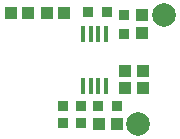
<source format=gtp>
G04*
G04 #@! TF.GenerationSoftware,Altium Limited,Altium Designer,20.2.6 (244)*
G04*
G04 Layer_Color=8421504*
%FSLAX25Y25*%
%MOIN*%
G70*
G04*
G04 #@! TF.SameCoordinates,2912C924-6B85-435B-98AD-5968C9E07C92*
G04*
G04*
G04 #@! TF.FilePolarity,Positive*
G04*
G01*
G75*
%ADD12C,0.07874*%
%ADD13R,0.01772X0.05709*%
%ADD14R,0.03937X0.04134*%
%ADD15R,0.03347X0.03543*%
%ADD16R,0.03543X0.03347*%
%ADD17R,0.04134X0.03937*%
D12*
X59646Y24016D02*
D03*
X68307Y60433D02*
D03*
D13*
X41240Y36614D02*
D03*
X43799D02*
D03*
X46358D02*
D03*
X48917D02*
D03*
X41240Y53937D02*
D03*
X43799D02*
D03*
X46358D02*
D03*
X48917D02*
D03*
D14*
X55118Y41732D02*
D03*
Y35827D02*
D03*
X61221Y41732D02*
D03*
Y35827D02*
D03*
X60827Y54331D02*
D03*
Y60236D02*
D03*
D15*
X40551Y24213D02*
D03*
X34449D02*
D03*
Y29921D02*
D03*
X40551D02*
D03*
X43012Y61221D02*
D03*
X49114D02*
D03*
X46358Y29921D02*
D03*
X52461D02*
D03*
D16*
X54921Y60138D02*
D03*
Y54035D02*
D03*
D17*
X46457Y24016D02*
D03*
X52362D02*
D03*
X29035Y60827D02*
D03*
X34941D02*
D03*
X17028D02*
D03*
X22933D02*
D03*
M02*

</source>
